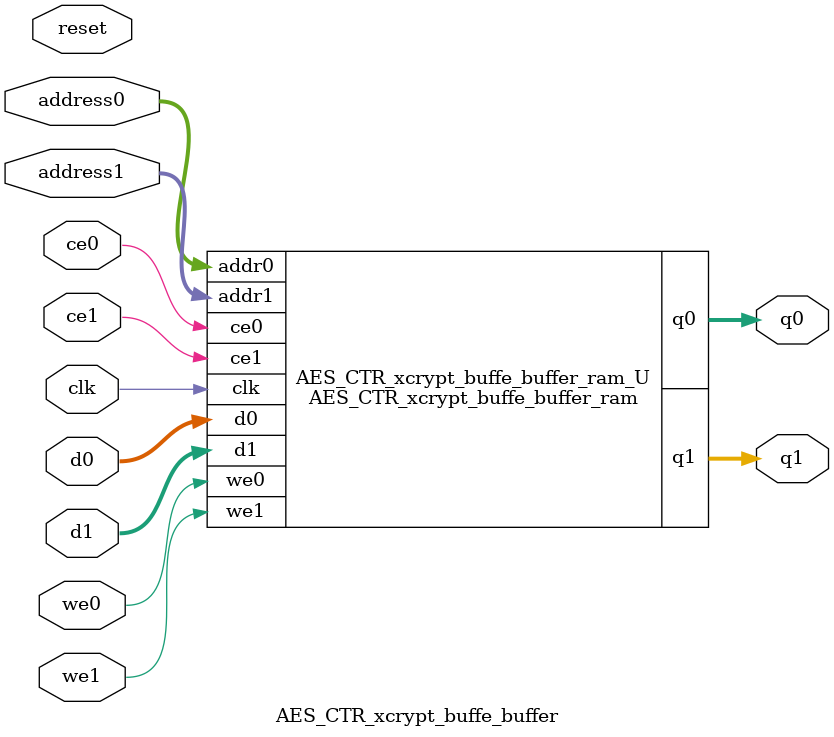
<source format=v>
`timescale 1 ns / 1 ps
module AES_CTR_xcrypt_buffe_buffer_ram (addr0, ce0, d0, we0, q0, addr1, ce1, d1, we1, q1,  clk);

parameter DWIDTH = 8;
parameter AWIDTH = 4;
parameter MEM_SIZE = 16;

input[AWIDTH-1:0] addr0;
input ce0;
input[DWIDTH-1:0] d0;
input we0;
output reg[DWIDTH-1:0] q0;
input[AWIDTH-1:0] addr1;
input ce1;
input[DWIDTH-1:0] d1;
input we1;
output reg[DWIDTH-1:0] q1;
input clk;

(* ram_style = "block" *)reg [DWIDTH-1:0] ram[0:MEM_SIZE-1];




always @(posedge clk)  
begin 
    if (ce0) 
    begin
        if (we0) 
        begin 
            ram[addr0] <= d0; 
        end 
        q0 <= ram[addr0];
    end
end


always @(posedge clk)  
begin 
    if (ce1) 
    begin
        if (we1) 
        begin 
            ram[addr1] <= d1; 
        end 
        q1 <= ram[addr1];
    end
end


endmodule

`timescale 1 ns / 1 ps
module AES_CTR_xcrypt_buffe_buffer(
    reset,
    clk,
    address0,
    ce0,
    we0,
    d0,
    q0,
    address1,
    ce1,
    we1,
    d1,
    q1);

parameter DataWidth = 32'd8;
parameter AddressRange = 32'd16;
parameter AddressWidth = 32'd4;
input reset;
input clk;
input[AddressWidth - 1:0] address0;
input ce0;
input we0;
input[DataWidth - 1:0] d0;
output[DataWidth - 1:0] q0;
input[AddressWidth - 1:0] address1;
input ce1;
input we1;
input[DataWidth - 1:0] d1;
output[DataWidth - 1:0] q1;



AES_CTR_xcrypt_buffe_buffer_ram AES_CTR_xcrypt_buffe_buffer_ram_U(
    .clk( clk ),
    .addr0( address0 ),
    .ce0( ce0 ),
    .we0( we0 ),
    .d0( d0 ),
    .q0( q0 ),
    .addr1( address1 ),
    .ce1( ce1 ),
    .we1( we1 ),
    .d1( d1 ),
    .q1( q1 ));

endmodule


</source>
